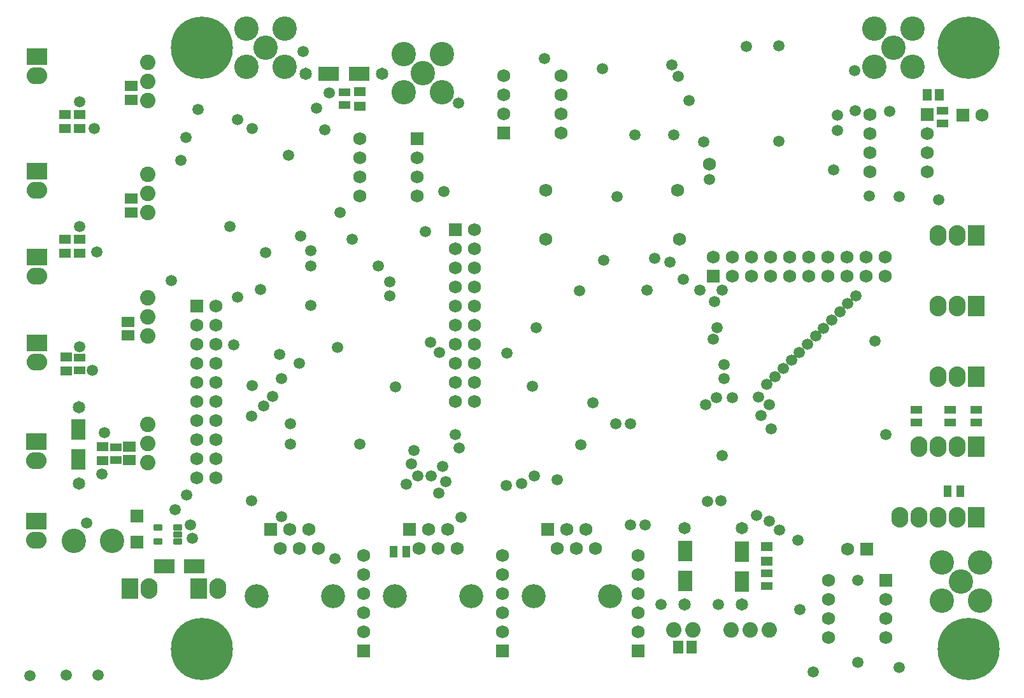
<source format=gbs>
%FSAX43Y43*%
%MOMM*%
G71*
G01*
G75*
G04 Layer_Color=16711935*
%ADD10R,1.450X1.150*%
%ADD11R,1.300X0.850*%
%ADD12R,1.350X0.950*%
%ADD13R,1.400X1.050*%
%ADD14R,1.500X1.250*%
%ADD15R,0.950X1.350*%
%ADD16O,2.050X0.600*%
%ADD17R,1.050X1.400*%
%ADD18R,0.850X1.300*%
%ADD19O,2.200X0.600*%
%ADD20R,1.250X1.500*%
%ADD21R,1.150X1.450*%
%ADD22R,1.400X1.200*%
%ADD23R,1.550X1.350*%
%ADD24R,1.350X1.550*%
%ADD25O,1.900X0.450*%
G04:AMPARAMS|DCode=26|XSize=5.5mm|YSize=1.5mm|CornerRadius=0.188mm|HoleSize=0mm|Usage=FLASHONLY|Rotation=180.000|XOffset=0mm|YOffset=0mm|HoleType=Round|Shape=RoundedRectangle|*
%AMROUNDEDRECTD26*
21,1,5.500,1.125,0,0,180.0*
21,1,5.125,1.500,0,0,180.0*
1,1,0.375,-2.563,0.563*
1,1,0.375,2.563,0.563*
1,1,0.375,2.563,-0.563*
1,1,0.375,-2.563,-0.563*
%
%ADD26ROUNDEDRECTD26*%
%ADD27R,1.800X0.600*%
%ADD28R,0.900X1.000*%
%ADD29R,1.200X1.400*%
%ADD30R,1.000X0.900*%
%ADD31R,5.400X1.550*%
%ADD32R,1.700X0.950*%
%ADD33R,1.900X0.900*%
%ADD34R,1.900X3.200*%
%ADD35R,1.524X1.524*%
G04:AMPARAMS|DCode=36|XSize=0.6mm|YSize=1mm|CornerRadius=0.075mm|HoleSize=0mm|Usage=FLASHONLY|Rotation=0.000|XOffset=0mm|YOffset=0mm|HoleType=Round|Shape=RoundedRectangle|*
%AMROUNDEDRECTD36*
21,1,0.600,0.850,0,0,0.0*
21,1,0.450,1.000,0,0,0.0*
1,1,0.150,0.225,-0.425*
1,1,0.150,-0.225,-0.425*
1,1,0.150,-0.225,0.425*
1,1,0.150,0.225,0.425*
%
%ADD36ROUNDEDRECTD36*%
%ADD37O,0.250X1.550*%
%ADD38O,1.550X0.250*%
%ADD39O,0.450X2.400*%
%ADD40C,0.250*%
%ADD41C,0.500*%
%ADD42C,0.450*%
%ADD43C,1.000*%
%ADD44C,0.750*%
%ADD45C,0.254*%
%ADD46R,1.500X1.500*%
%ADD47C,1.500*%
%ADD48C,3.000*%
%ADD49R,2.000X2.500*%
%ADD50O,2.000X2.500*%
%ADD51C,1.400*%
%ADD52R,1.500X1.500*%
%ADD53C,1.800*%
%ADD54C,8.000*%
%ADD55R,2.500X2.000*%
%ADD56O,2.500X2.000*%
%ADD57R,1.500X1.500*%
%ADD58C,2.950*%
%ADD59C,1.500*%
%ADD60C,1.270*%
%ADD61C,1.016*%
%ADD62C,1.016*%
%ADD63C,1.900*%
%ADD64C,2.500*%
G04:AMPARAMS|DCode=65|XSize=3.2mm|YSize=3.2mm|CornerRadius=0mm|HoleSize=0mm|Usage=FLASHONLY|Rotation=0.000|XOffset=0mm|YOffset=0mm|HoleType=Round|Shape=Relief|Width=0.3mm|Gap=0.3mm|Entries=4|*
%AMTHD65*
7,0,0,3.200,2.600,0.300,45*
%
%ADD65THD65*%
%ADD66C,2.100*%
G04:AMPARAMS|DCode=67|XSize=2.7mm|YSize=2.7mm|CornerRadius=0mm|HoleSize=0mm|Usage=FLASHONLY|Rotation=0.000|XOffset=0mm|YOffset=0mm|HoleType=Round|Shape=Relief|Width=0.3mm|Gap=0.3mm|Entries=4|*
%AMTHD67*
7,0,0,2.700,2.100,0.300,45*
%
%ADD67THD67*%
%ADD68C,1.850*%
G04:AMPARAMS|DCode=69|XSize=2.5mm|YSize=2.5mm|CornerRadius=0mm|HoleSize=0mm|Usage=FLASHONLY|Rotation=0.000|XOffset=0mm|YOffset=0mm|HoleType=Round|Shape=Relief|Width=0.3mm|Gap=0.3mm|Entries=4|*
%AMTHD69*
7,0,0,2.500,1.900,0.300,45*
%
%ADD69THD69*%
%ADD70C,2.000*%
%ADD71C,1.600*%
G04:AMPARAMS|DCode=72|XSize=2.2mm|YSize=2.2mm|CornerRadius=0mm|HoleSize=0mm|Usage=FLASHONLY|Rotation=0.000|XOffset=0mm|YOffset=0mm|HoleType=Round|Shape=Relief|Width=0.3mm|Gap=0.3mm|Entries=4|*
%AMTHD72*
7,0,0,2.200,1.600,0.300,45*
%
%ADD72THD72*%
%ADD73C,4.500*%
%ADD74C,1.900*%
%ADD75C,4.250*%
G04:AMPARAMS|DCode=76|XSize=2.5mm|YSize=2.5mm|CornerRadius=0mm|HoleSize=0mm|Usage=FLASHONLY|Rotation=0.000|XOffset=0mm|YOffset=0mm|HoleType=Round|Shape=Relief|Width=0.3mm|Gap=0.3mm|Entries=4|*
%AMTHD76*
7,0,0,2.500,1.900,0.300,45*
%
%ADD76THD76*%
%ADD77C,2.600*%
G04:AMPARAMS|DCode=78|XSize=2.45mm|YSize=2.45mm|CornerRadius=0mm|HoleSize=0mm|Usage=FLASHONLY|Rotation=0.000|XOffset=0mm|YOffset=0mm|HoleType=Round|Shape=Relief|Width=0.3mm|Gap=0.3mm|Entries=4|*
%AMTHD78*
7,0,0,2.450,1.850,0.300,45*
%
%ADD78THD78*%
%ADD79R,2.500X1.700*%
%ADD80R,1.700X2.500*%
G04:AMPARAMS|DCode=81|XSize=0.6mm|YSize=1mm|CornerRadius=0.075mm|HoleSize=0mm|Usage=FLASHONLY|Rotation=270.000|XOffset=0mm|YOffset=0mm|HoleType=Round|Shape=RoundedRectangle|*
%AMROUNDEDRECTD81*
21,1,0.600,0.850,0,0,270.0*
21,1,0.450,1.000,0,0,270.0*
1,1,0.150,-0.425,-0.225*
1,1,0.150,-0.425,0.225*
1,1,0.150,0.425,0.225*
1,1,0.150,0.425,-0.225*
%
%ADD81ROUNDEDRECTD81*%
%ADD82R,1.524X1.524*%
%ADD83C,0.600*%
%ADD84C,0.400*%
%ADD85C,0.200*%
%ADD86C,0.203*%
%ADD87C,0.127*%
%ADD88C,0.305*%
%ADD89R,1.800X1.600*%
%ADD90R,1.600X1.800*%
%ADD91R,1.700X1.400*%
%ADD92R,1.550X1.100*%
%ADD93R,1.600X1.200*%
%ADD94R,1.650X1.300*%
%ADD95R,1.750X1.500*%
%ADD96R,1.200X1.600*%
%ADD97O,2.300X0.850*%
%ADD98R,1.300X1.650*%
%ADD99R,1.100X1.550*%
%ADD100O,2.450X0.850*%
%ADD101R,1.500X1.750*%
%ADD102R,1.400X1.700*%
%ADD103R,1.650X1.450*%
%ADD104R,1.800X1.600*%
%ADD105R,1.600X1.800*%
%ADD106O,2.150X0.700*%
G04:AMPARAMS|DCode=107|XSize=5.75mm|YSize=1.75mm|CornerRadius=0.313mm|HoleSize=0mm|Usage=FLASHONLY|Rotation=180.000|XOffset=0mm|YOffset=0mm|HoleType=Round|Shape=RoundedRectangle|*
%AMROUNDEDRECTD107*
21,1,5.750,1.125,0,0,180.0*
21,1,5.125,1.750,0,0,180.0*
1,1,0.625,-2.563,0.563*
1,1,0.625,2.563,0.563*
1,1,0.625,2.563,-0.563*
1,1,0.625,-2.563,-0.563*
%
%ADD107ROUNDEDRECTD107*%
%ADD108R,2.050X0.850*%
%ADD109R,1.150X1.250*%
%ADD110R,1.450X1.650*%
%ADD111R,1.250X1.150*%
%ADD112R,5.650X1.800*%
%ADD113R,1.950X1.200*%
%ADD114R,2.150X1.150*%
%ADD115R,2.150X3.450*%
%ADD116R,1.774X1.774*%
G04:AMPARAMS|DCode=117|XSize=0.85mm|YSize=1.25mm|CornerRadius=0.2mm|HoleSize=0mm|Usage=FLASHONLY|Rotation=0.000|XOffset=0mm|YOffset=0mm|HoleType=Round|Shape=RoundedRectangle|*
%AMROUNDEDRECTD117*
21,1,0.850,0.850,0,0,0.0*
21,1,0.450,1.250,0,0,0.0*
1,1,0.400,0.225,-0.425*
1,1,0.400,-0.225,-0.425*
1,1,0.400,-0.225,0.425*
1,1,0.400,0.225,0.425*
%
%ADD117ROUNDEDRECTD117*%
%ADD118O,0.500X1.800*%
%ADD119O,1.800X0.500*%
%ADD120O,0.700X2.650*%
%ADD121R,1.750X1.750*%
%ADD122C,1.750*%
%ADD123C,3.250*%
%ADD124R,2.250X2.750*%
%ADD125O,2.250X2.750*%
%ADD126C,1.650*%
%ADD127R,1.750X1.750*%
%ADD128C,2.050*%
%ADD129C,8.250*%
%ADD130R,2.750X2.250*%
%ADD131O,2.750X2.250*%
%ADD132R,1.750X1.750*%
%ADD133C,3.200*%
%ADD134C,1.750*%
%ADD135C,1.520*%
%ADD136R,2.750X1.950*%
%ADD137R,1.950X2.750*%
G04:AMPARAMS|DCode=138|XSize=0.85mm|YSize=1.25mm|CornerRadius=0.2mm|HoleSize=0mm|Usage=FLASHONLY|Rotation=270.000|XOffset=0mm|YOffset=0mm|HoleType=Round|Shape=RoundedRectangle|*
%AMROUNDEDRECTD138*
21,1,0.850,0.850,0,0,270.0*
21,1,0.450,1.250,0,0,270.0*
1,1,0.400,-0.425,-0.225*
1,1,0.400,-0.425,0.225*
1,1,0.400,0.425,0.225*
1,1,0.400,0.425,-0.225*
%
%ADD138ROUNDEDRECTD138*%
%ADD139R,1.774X1.774*%
D91*
X0220200Y0186240D02*
D03*
Y0188040D02*
D03*
X0220600Y0202640D02*
D03*
Y0204440D02*
D03*
Y0217640D02*
D03*
Y0219440D02*
D03*
X0220400Y0169640D02*
D03*
Y0171440D02*
D03*
D92*
X0329500Y0176390D02*
D03*
Y0174690D02*
D03*
X0333000Y0176390D02*
D03*
Y0174690D02*
D03*
X0249000Y0216890D02*
D03*
Y0218590D02*
D03*
X0325000Y0176390D02*
D03*
Y0174690D02*
D03*
X0305100Y0154640D02*
D03*
Y0152940D02*
D03*
X0213800Y0181590D02*
D03*
Y0183290D02*
D03*
X0218600Y0169690D02*
D03*
Y0171390D02*
D03*
X0328500Y0216140D02*
D03*
Y0214440D02*
D03*
D94*
X0251000Y0216790D02*
D03*
Y0218690D02*
D03*
X0305100Y0156240D02*
D03*
Y0158140D02*
D03*
X0211800Y0213790D02*
D03*
Y0215690D02*
D03*
X0213800Y0215690D02*
D03*
Y0213790D02*
D03*
X0211797Y0197181D02*
D03*
Y0199081D02*
D03*
X0213820Y0199069D02*
D03*
Y0197169D02*
D03*
X0212000Y0181490D02*
D03*
Y0183390D02*
D03*
X0216800Y0169590D02*
D03*
Y0171490D02*
D03*
D96*
X0328050Y0218290D02*
D03*
X0326450D02*
D03*
D99*
X0330850Y0165540D02*
D03*
X0329150D02*
D03*
X0255525Y0157515D02*
D03*
X0257225D02*
D03*
D102*
X0295150Y0144790D02*
D03*
X0293350D02*
D03*
D121*
X0326500Y0215640D02*
D03*
X0298000Y0194140D02*
D03*
X0258680Y0212430D02*
D03*
X0270150Y0213220D02*
D03*
X0331250Y0215540D02*
D03*
X0318460Y0157790D02*
D03*
X0321000Y0153640D02*
D03*
D122*
X0326500Y0213100D02*
D03*
Y0210560D02*
D03*
Y0208020D02*
D03*
X0318880Y0215640D02*
D03*
Y0213100D02*
D03*
Y0210560D02*
D03*
Y0208020D02*
D03*
X0231940Y0190140D02*
D03*
X0229400Y0187600D02*
D03*
X0231940D02*
D03*
X0229400Y0185060D02*
D03*
X0231940D02*
D03*
X0229400Y0182520D02*
D03*
X0231940D02*
D03*
X0229400Y0179980D02*
D03*
X0231940D02*
D03*
X0229400Y0177440D02*
D03*
X0231940D02*
D03*
X0229400Y0174900D02*
D03*
X0231940D02*
D03*
X0229400Y0172360D02*
D03*
X0231940D02*
D03*
X0229400Y0169820D02*
D03*
X0231940D02*
D03*
X0229400Y0167280D02*
D03*
X0231940D02*
D03*
X0266300Y0200365D02*
D03*
X0263760Y0197825D02*
D03*
X0266300D02*
D03*
X0263760Y0195285D02*
D03*
X0266300D02*
D03*
X0263760Y0192745D02*
D03*
X0266300D02*
D03*
X0263760Y0190205D02*
D03*
X0266300D02*
D03*
X0263760Y0187665D02*
D03*
X0266300D02*
D03*
X0263760Y0185125D02*
D03*
X0266300D02*
D03*
X0263760Y0182585D02*
D03*
X0266300D02*
D03*
X0263760Y0180045D02*
D03*
X0266300D02*
D03*
X0263760Y0177505D02*
D03*
X0266300D02*
D03*
X0298000Y0196680D02*
D03*
X0300540Y0194140D02*
D03*
Y0196680D02*
D03*
X0303080Y0194140D02*
D03*
Y0196680D02*
D03*
X0305620Y0194140D02*
D03*
Y0196680D02*
D03*
X0308160Y0194140D02*
D03*
Y0196680D02*
D03*
X0310700Y0194140D02*
D03*
Y0196680D02*
D03*
X0313240Y0194140D02*
D03*
X0313240Y0196680D02*
D03*
X0315780Y0194140D02*
D03*
X0315780Y0196680D02*
D03*
X0318320Y0194140D02*
D03*
Y0196680D02*
D03*
X0320860Y0194140D02*
D03*
Y0196680D02*
D03*
X0251500Y0156990D02*
D03*
Y0154450D02*
D03*
Y0151910D02*
D03*
Y0149370D02*
D03*
Y0146830D02*
D03*
X0288000Y0156990D02*
D03*
Y0154450D02*
D03*
Y0151910D02*
D03*
Y0149370D02*
D03*
Y0146830D02*
D03*
X0258680Y0209890D02*
D03*
Y0207350D02*
D03*
Y0204810D02*
D03*
X0251060Y0212430D02*
D03*
Y0209890D02*
D03*
Y0207350D02*
D03*
Y0204810D02*
D03*
X0270150Y0215760D02*
D03*
Y0218300D02*
D03*
X0270150Y0220840D02*
D03*
X0277770Y0213220D02*
D03*
Y0215760D02*
D03*
X0277770Y0218300D02*
D03*
X0277770Y0220840D02*
D03*
X0333790Y0215540D02*
D03*
X0315920Y0157790D02*
D03*
X0321000Y0151100D02*
D03*
Y0148560D02*
D03*
Y0146020D02*
D03*
X0313380Y0153640D02*
D03*
Y0151100D02*
D03*
Y0148560D02*
D03*
Y0146020D02*
D03*
X0270000Y0146830D02*
D03*
Y0149370D02*
D03*
Y0151910D02*
D03*
Y0154450D02*
D03*
Y0156990D02*
D03*
X0293250Y0205540D02*
D03*
X0275750Y0199040D02*
D03*
Y0205540D02*
D03*
X0293500Y0199040D02*
D03*
X0297500Y0209040D02*
D03*
D123*
X0331000Y0153540D02*
D03*
X0333540Y0151000D02*
D03*
X0328460D02*
D03*
X0333540Y0156080D02*
D03*
X0328460D02*
D03*
X0238500Y0224540D02*
D03*
X0235960Y0222000D02*
D03*
Y0227080D02*
D03*
X0241040Y0222000D02*
D03*
Y0227080D02*
D03*
X0213030Y0158920D02*
D03*
X0218110D02*
D03*
X0259400Y0221140D02*
D03*
X0261940Y0223680D02*
D03*
Y0218600D02*
D03*
X0256860Y0223680D02*
D03*
Y0218600D02*
D03*
X0322000Y0224540D02*
D03*
X0324540Y0222000D02*
D03*
X0319460D02*
D03*
X0324540Y0227080D02*
D03*
X0319460D02*
D03*
D124*
X0333000Y0199540D02*
D03*
Y0190165D02*
D03*
Y0162040D02*
D03*
Y0180790D02*
D03*
Y0171415D02*
D03*
X0229600Y0152540D02*
D03*
X0220500Y0152540D02*
D03*
D125*
X0330460Y0199540D02*
D03*
X0327920D02*
D03*
X0330460Y0190165D02*
D03*
X0327920D02*
D03*
X0330460Y0162040D02*
D03*
X0327920D02*
D03*
X0325380D02*
D03*
X0322840D02*
D03*
X0330460Y0180790D02*
D03*
X0327920D02*
D03*
X0325380Y0171415D02*
D03*
X0327920D02*
D03*
X0330460D02*
D03*
X0232140Y0152540D02*
D03*
X0223040Y0152540D02*
D03*
D126*
X0243830Y0221110D02*
D03*
X0253990D02*
D03*
X0213700Y0176700D02*
D03*
Y0166540D02*
D03*
X0301840Y0150420D02*
D03*
Y0160580D02*
D03*
X0294220Y0150420D02*
D03*
Y0160580D02*
D03*
D127*
X0229400Y0190140D02*
D03*
X0263760Y0200365D02*
D03*
X0251500Y0144290D02*
D03*
X0288000Y0144290D02*
D03*
X0270000Y0144290D02*
D03*
D128*
X0222800Y0217520D02*
D03*
Y0220060D02*
D03*
Y0222600D02*
D03*
X0292800Y0147040D02*
D03*
X0295340D02*
D03*
X0300420D02*
D03*
X0302960D02*
D03*
X0305500D02*
D03*
X0222800Y0202610D02*
D03*
Y0205150D02*
D03*
Y0207690D02*
D03*
Y0186160D02*
D03*
Y0188700D02*
D03*
Y0191240D02*
D03*
Y0169360D02*
D03*
Y0171900D02*
D03*
Y0174440D02*
D03*
D129*
X0332000Y0224540D02*
D03*
Y0144540D02*
D03*
X0230000D02*
D03*
Y0224540D02*
D03*
D130*
X0208080Y0223360D02*
D03*
Y0208120D02*
D03*
Y0196690D02*
D03*
Y0185260D02*
D03*
X0208000Y0172140D02*
D03*
Y0161540D02*
D03*
D131*
X0208080Y0220820D02*
D03*
Y0205580D02*
D03*
Y0194150D02*
D03*
Y0182720D02*
D03*
X0208000Y0169600D02*
D03*
Y0159000D02*
D03*
D132*
X0239195Y0160420D02*
D03*
X0257610Y0160420D02*
D03*
X0276025Y0160420D02*
D03*
D133*
X0247450Y0151530D02*
D03*
X0237290D02*
D03*
X0255705Y0151530D02*
D03*
X0265865D02*
D03*
X0284280Y0151530D02*
D03*
X0274120D02*
D03*
D134*
X0240465Y0157880D02*
D03*
X0243005D02*
D03*
X0241735Y0160420D02*
D03*
X0244275D02*
D03*
X0245545Y0157880D02*
D03*
X0263960Y0157880D02*
D03*
X0262690Y0160420D02*
D03*
X0260150D02*
D03*
X0261420Y0157880D02*
D03*
X0258880D02*
D03*
X0277295Y0157880D02*
D03*
X0279835D02*
D03*
X0278565Y0160420D02*
D03*
X0281105D02*
D03*
X0282375Y0157880D02*
D03*
D135*
X0294003Y0193748D02*
D03*
X0248400Y0202582D02*
D03*
X0300600Y0177940D02*
D03*
X0298440Y0177980D02*
D03*
X0298200Y0190740D02*
D03*
X0292250Y0196040D02*
D03*
X0304000Y0178040D02*
D03*
X0305177Y0179717D02*
D03*
X0285200Y0204740D02*
D03*
X0305500Y0161540D02*
D03*
X0282000Y0177340D02*
D03*
X0322765Y0204725D02*
D03*
X0314500Y0213540D02*
D03*
X0238500Y0197290D02*
D03*
X0306750Y0224790D02*
D03*
X0306763Y0212074D02*
D03*
X0226000Y0193540D02*
D03*
X0227250Y0209540D02*
D03*
X0227915Y0212625D02*
D03*
X0305700Y0173840D02*
D03*
X0297264Y0164162D02*
D03*
X0299250Y0170290D02*
D03*
X0287000Y0161040D02*
D03*
X0264485Y0162055D02*
D03*
X0309500Y0149790D02*
D03*
X0283500Y0196290D02*
D03*
X0228500Y0161040D02*
D03*
X0280375Y0171715D02*
D03*
X0226500Y0163040D02*
D03*
X0243000Y0182540D02*
D03*
X0240600Y0162140D02*
D03*
X0247750Y0156540D02*
D03*
X0236600Y0164290D02*
D03*
X0270550Y0183940D02*
D03*
X0258200Y0170940D02*
D03*
X0216750Y0167790D02*
D03*
X0260400Y0185340D02*
D03*
X0313776Y0188316D02*
D03*
X0315925Y0190465D02*
D03*
X0317000Y0191540D02*
D03*
X0275600Y0223140D02*
D03*
X0292800Y0212940D02*
D03*
X0287600Y0212940D02*
D03*
X0293400Y0220740D02*
D03*
X0314500Y0215540D02*
D03*
X0294800Y0217540D02*
D03*
X0213800Y0217340D02*
D03*
X0215450Y0181590D02*
D03*
X0298665Y0150425D02*
D03*
X0291045Y0150445D02*
D03*
X0234800Y0191340D02*
D03*
X0255000Y0191540D02*
D03*
X0255735Y0179405D02*
D03*
X0236750Y0213790D02*
D03*
X0233800Y0200740D02*
D03*
X0238275Y0176865D02*
D03*
X0237800Y0192340D02*
D03*
X0241845Y0171785D02*
D03*
X0234800Y0214940D02*
D03*
X0243150Y0199490D02*
D03*
X0240600Y0180540D02*
D03*
X0241800Y0174540D02*
D03*
X0236750Y0179590D02*
D03*
X0236600Y0175540D02*
D03*
X0322750Y0142040D02*
D03*
X0317265Y0142725D02*
D03*
X0310551Y0185091D02*
D03*
X0311626Y0186166D02*
D03*
X0312701Y0187241D02*
D03*
X0314850Y0189390D02*
D03*
X0306252Y0180792D02*
D03*
X0309476Y0184016D02*
D03*
X0308402Y0182942D02*
D03*
X0307327Y0181867D02*
D03*
X0305500Y0177040D02*
D03*
X0303750Y0162290D02*
D03*
X0289000Y0161040D02*
D03*
X0247000Y0218540D02*
D03*
X0261600Y0183950D02*
D03*
X0239395Y0178135D02*
D03*
X0240407Y0183741D02*
D03*
X0241593Y0210240D02*
D03*
X0292500Y0222290D02*
D03*
X0280240Y0192200D02*
D03*
X0262250Y0205417D02*
D03*
X0207200Y0140986D02*
D03*
X0212000Y0141034D02*
D03*
X0216200Y0141062D02*
D03*
X0302400Y0224690D02*
D03*
X0314000Y0208290D02*
D03*
X0318750Y0204790D02*
D03*
X0320940Y0173100D02*
D03*
X0304350Y0175640D02*
D03*
X0309250Y0159040D02*
D03*
X0321500Y0216040D02*
D03*
X0316790Y0221500D02*
D03*
X0311290Y0141500D02*
D03*
X0260554Y0167594D02*
D03*
X0262500Y0166790D02*
D03*
X0262000Y0168790D02*
D03*
X0263750Y0173040D02*
D03*
X0253500Y0195540D02*
D03*
X0250000Y0199040D02*
D03*
X0259750Y0200040D02*
D03*
X0246400Y0213640D02*
D03*
X0299500Y0180540D02*
D03*
X0298000Y0185740D02*
D03*
X0299250Y0192290D02*
D03*
X0274000Y0179540D02*
D03*
X0251005Y0171785D02*
D03*
X0296250Y0192290D02*
D03*
X0229500Y0216290D02*
D03*
X0243500Y0224040D02*
D03*
X0213750Y0184790D02*
D03*
X0274500Y0187290D02*
D03*
X0214750Y0161290D02*
D03*
X0277250Y0167040D02*
D03*
X0215750Y0213790D02*
D03*
X0299000Y0164290D02*
D03*
X0244500Y0197540D02*
D03*
Y0195540D02*
D03*
X0228750Y0159290D02*
D03*
X0274250Y0167540D02*
D03*
X0272500Y0166540D02*
D03*
X0270500Y0166290D02*
D03*
X0297000Y0177040D02*
D03*
X0296750Y0212040D02*
D03*
X0245250Y0216540D02*
D03*
X0228000Y0165040D02*
D03*
X0328000Y0204290D02*
D03*
X0289250Y0192290D02*
D03*
X0234250Y0185040D02*
D03*
X0261500Y0165290D02*
D03*
X0283250Y0221790D02*
D03*
X0264250Y0171290D02*
D03*
X0297500Y0207040D02*
D03*
X0298500Y0187290D02*
D03*
X0290250Y0196540D02*
D03*
X0264127Y0217204D02*
D03*
X0306835Y0160383D02*
D03*
X0299502Y0182406D02*
D03*
X0244512Y0190281D02*
D03*
X0255024Y0193375D02*
D03*
X0285090Y0174531D02*
D03*
X0287004Y0174519D02*
D03*
X0248112Y0184682D02*
D03*
X0317251Y0153640D02*
D03*
X0216048Y0197361D02*
D03*
X0213772Y0200768D02*
D03*
X0217071Y0173315D02*
D03*
X0257179Y0166440D02*
D03*
X0258720Y0167523D02*
D03*
X0257927Y0169193D02*
D03*
X0316865Y0216168D02*
D03*
X0319500Y0185540D02*
D03*
D136*
X0246910Y0221110D02*
D03*
X0250910D02*
D03*
X0229000Y0155540D02*
D03*
X0225000D02*
D03*
D137*
X0301840Y0153500D02*
D03*
Y0157500D02*
D03*
X0294300Y0157590D02*
D03*
Y0153590D02*
D03*
X0213600Y0173740D02*
D03*
Y0169740D02*
D03*
D138*
X0224195Y0160740D02*
D03*
X0226795Y0158840D02*
D03*
Y0159790D02*
D03*
Y0160740D02*
D03*
X0224195Y0158840D02*
D03*
D139*
X0221380Y0162200D02*
D03*
Y0158771D02*
D03*
M02*

</source>
